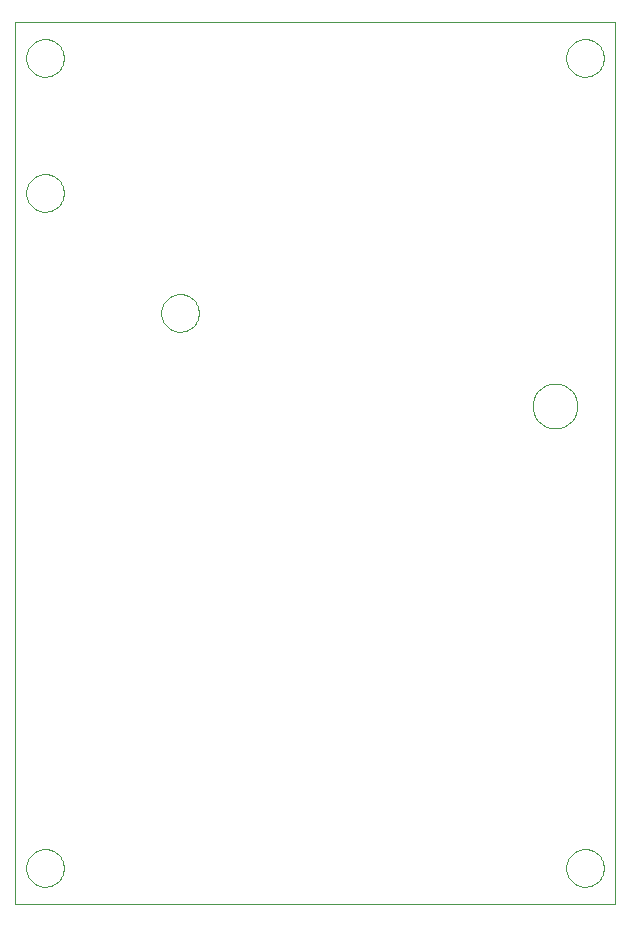
<source format=gko>
G75*
%MOIN*%
%OFA0B0*%
%FSLAX24Y24*%
%IPPOS*%
%LPD*%
%AMOC8*
5,1,8,0,0,1.08239X$1,22.5*
%
%ADD10C,0.0000*%
D10*
X000180Y000980D02*
X000180Y030380D01*
X020180Y030380D01*
X020180Y000980D01*
X000180Y000980D01*
X000555Y002180D02*
X000557Y002230D01*
X000563Y002279D01*
X000573Y002328D01*
X000586Y002375D01*
X000604Y002422D01*
X000625Y002467D01*
X000649Y002510D01*
X000677Y002551D01*
X000708Y002590D01*
X000742Y002626D01*
X000779Y002660D01*
X000819Y002690D01*
X000860Y002717D01*
X000904Y002741D01*
X000949Y002761D01*
X000996Y002777D01*
X001044Y002790D01*
X001093Y002799D01*
X001143Y002804D01*
X001192Y002805D01*
X001242Y002802D01*
X001291Y002795D01*
X001340Y002784D01*
X001387Y002770D01*
X001433Y002751D01*
X001478Y002729D01*
X001521Y002704D01*
X001561Y002675D01*
X001599Y002643D01*
X001635Y002609D01*
X001668Y002571D01*
X001697Y002531D01*
X001723Y002489D01*
X001746Y002445D01*
X001765Y002399D01*
X001781Y002352D01*
X001793Y002303D01*
X001801Y002254D01*
X001805Y002205D01*
X001805Y002155D01*
X001801Y002106D01*
X001793Y002057D01*
X001781Y002008D01*
X001765Y001961D01*
X001746Y001915D01*
X001723Y001871D01*
X001697Y001829D01*
X001668Y001789D01*
X001635Y001751D01*
X001599Y001717D01*
X001561Y001685D01*
X001521Y001656D01*
X001478Y001631D01*
X001433Y001609D01*
X001387Y001590D01*
X001340Y001576D01*
X001291Y001565D01*
X001242Y001558D01*
X001192Y001555D01*
X001143Y001556D01*
X001093Y001561D01*
X001044Y001570D01*
X000996Y001583D01*
X000949Y001599D01*
X000904Y001619D01*
X000860Y001643D01*
X000819Y001670D01*
X000779Y001700D01*
X000742Y001734D01*
X000708Y001770D01*
X000677Y001809D01*
X000649Y001850D01*
X000625Y001893D01*
X000604Y001938D01*
X000586Y001985D01*
X000573Y002032D01*
X000563Y002081D01*
X000557Y002130D01*
X000555Y002180D01*
X005055Y020680D02*
X005057Y020730D01*
X005063Y020779D01*
X005073Y020828D01*
X005086Y020875D01*
X005104Y020922D01*
X005125Y020967D01*
X005149Y021010D01*
X005177Y021051D01*
X005208Y021090D01*
X005242Y021126D01*
X005279Y021160D01*
X005319Y021190D01*
X005360Y021217D01*
X005404Y021241D01*
X005449Y021261D01*
X005496Y021277D01*
X005544Y021290D01*
X005593Y021299D01*
X005643Y021304D01*
X005692Y021305D01*
X005742Y021302D01*
X005791Y021295D01*
X005840Y021284D01*
X005887Y021270D01*
X005933Y021251D01*
X005978Y021229D01*
X006021Y021204D01*
X006061Y021175D01*
X006099Y021143D01*
X006135Y021109D01*
X006168Y021071D01*
X006197Y021031D01*
X006223Y020989D01*
X006246Y020945D01*
X006265Y020899D01*
X006281Y020852D01*
X006293Y020803D01*
X006301Y020754D01*
X006305Y020705D01*
X006305Y020655D01*
X006301Y020606D01*
X006293Y020557D01*
X006281Y020508D01*
X006265Y020461D01*
X006246Y020415D01*
X006223Y020371D01*
X006197Y020329D01*
X006168Y020289D01*
X006135Y020251D01*
X006099Y020217D01*
X006061Y020185D01*
X006021Y020156D01*
X005978Y020131D01*
X005933Y020109D01*
X005887Y020090D01*
X005840Y020076D01*
X005791Y020065D01*
X005742Y020058D01*
X005692Y020055D01*
X005643Y020056D01*
X005593Y020061D01*
X005544Y020070D01*
X005496Y020083D01*
X005449Y020099D01*
X005404Y020119D01*
X005360Y020143D01*
X005319Y020170D01*
X005279Y020200D01*
X005242Y020234D01*
X005208Y020270D01*
X005177Y020309D01*
X005149Y020350D01*
X005125Y020393D01*
X005104Y020438D01*
X005086Y020485D01*
X005073Y020532D01*
X005063Y020581D01*
X005057Y020630D01*
X005055Y020680D01*
X000555Y024680D02*
X000557Y024730D01*
X000563Y024779D01*
X000573Y024828D01*
X000586Y024875D01*
X000604Y024922D01*
X000625Y024967D01*
X000649Y025010D01*
X000677Y025051D01*
X000708Y025090D01*
X000742Y025126D01*
X000779Y025160D01*
X000819Y025190D01*
X000860Y025217D01*
X000904Y025241D01*
X000949Y025261D01*
X000996Y025277D01*
X001044Y025290D01*
X001093Y025299D01*
X001143Y025304D01*
X001192Y025305D01*
X001242Y025302D01*
X001291Y025295D01*
X001340Y025284D01*
X001387Y025270D01*
X001433Y025251D01*
X001478Y025229D01*
X001521Y025204D01*
X001561Y025175D01*
X001599Y025143D01*
X001635Y025109D01*
X001668Y025071D01*
X001697Y025031D01*
X001723Y024989D01*
X001746Y024945D01*
X001765Y024899D01*
X001781Y024852D01*
X001793Y024803D01*
X001801Y024754D01*
X001805Y024705D01*
X001805Y024655D01*
X001801Y024606D01*
X001793Y024557D01*
X001781Y024508D01*
X001765Y024461D01*
X001746Y024415D01*
X001723Y024371D01*
X001697Y024329D01*
X001668Y024289D01*
X001635Y024251D01*
X001599Y024217D01*
X001561Y024185D01*
X001521Y024156D01*
X001478Y024131D01*
X001433Y024109D01*
X001387Y024090D01*
X001340Y024076D01*
X001291Y024065D01*
X001242Y024058D01*
X001192Y024055D01*
X001143Y024056D01*
X001093Y024061D01*
X001044Y024070D01*
X000996Y024083D01*
X000949Y024099D01*
X000904Y024119D01*
X000860Y024143D01*
X000819Y024170D01*
X000779Y024200D01*
X000742Y024234D01*
X000708Y024270D01*
X000677Y024309D01*
X000649Y024350D01*
X000625Y024393D01*
X000604Y024438D01*
X000586Y024485D01*
X000573Y024532D01*
X000563Y024581D01*
X000557Y024630D01*
X000555Y024680D01*
X000555Y029180D02*
X000557Y029230D01*
X000563Y029279D01*
X000573Y029328D01*
X000586Y029375D01*
X000604Y029422D01*
X000625Y029467D01*
X000649Y029510D01*
X000677Y029551D01*
X000708Y029590D01*
X000742Y029626D01*
X000779Y029660D01*
X000819Y029690D01*
X000860Y029717D01*
X000904Y029741D01*
X000949Y029761D01*
X000996Y029777D01*
X001044Y029790D01*
X001093Y029799D01*
X001143Y029804D01*
X001192Y029805D01*
X001242Y029802D01*
X001291Y029795D01*
X001340Y029784D01*
X001387Y029770D01*
X001433Y029751D01*
X001478Y029729D01*
X001521Y029704D01*
X001561Y029675D01*
X001599Y029643D01*
X001635Y029609D01*
X001668Y029571D01*
X001697Y029531D01*
X001723Y029489D01*
X001746Y029445D01*
X001765Y029399D01*
X001781Y029352D01*
X001793Y029303D01*
X001801Y029254D01*
X001805Y029205D01*
X001805Y029155D01*
X001801Y029106D01*
X001793Y029057D01*
X001781Y029008D01*
X001765Y028961D01*
X001746Y028915D01*
X001723Y028871D01*
X001697Y028829D01*
X001668Y028789D01*
X001635Y028751D01*
X001599Y028717D01*
X001561Y028685D01*
X001521Y028656D01*
X001478Y028631D01*
X001433Y028609D01*
X001387Y028590D01*
X001340Y028576D01*
X001291Y028565D01*
X001242Y028558D01*
X001192Y028555D01*
X001143Y028556D01*
X001093Y028561D01*
X001044Y028570D01*
X000996Y028583D01*
X000949Y028599D01*
X000904Y028619D01*
X000860Y028643D01*
X000819Y028670D01*
X000779Y028700D01*
X000742Y028734D01*
X000708Y028770D01*
X000677Y028809D01*
X000649Y028850D01*
X000625Y028893D01*
X000604Y028938D01*
X000586Y028985D01*
X000573Y029032D01*
X000563Y029081D01*
X000557Y029130D01*
X000555Y029180D01*
X017432Y017578D02*
X017434Y017633D01*
X017440Y017687D01*
X017450Y017741D01*
X017464Y017793D01*
X017481Y017845D01*
X017503Y017895D01*
X017528Y017944D01*
X017556Y017991D01*
X017588Y018035D01*
X017623Y018077D01*
X017661Y018116D01*
X017702Y018153D01*
X017745Y018186D01*
X017790Y018216D01*
X017838Y018243D01*
X017887Y018266D01*
X017938Y018286D01*
X017991Y018302D01*
X018044Y018314D01*
X018098Y018322D01*
X018153Y018326D01*
X018207Y018326D01*
X018262Y018322D01*
X018316Y018314D01*
X018369Y018302D01*
X018422Y018286D01*
X018473Y018266D01*
X018522Y018243D01*
X018570Y018216D01*
X018615Y018186D01*
X018658Y018153D01*
X018699Y018116D01*
X018737Y018077D01*
X018772Y018035D01*
X018804Y017991D01*
X018832Y017944D01*
X018857Y017895D01*
X018879Y017845D01*
X018896Y017793D01*
X018910Y017741D01*
X018920Y017687D01*
X018926Y017633D01*
X018928Y017578D01*
X018926Y017523D01*
X018920Y017469D01*
X018910Y017415D01*
X018896Y017363D01*
X018879Y017311D01*
X018857Y017261D01*
X018832Y017212D01*
X018804Y017165D01*
X018772Y017121D01*
X018737Y017079D01*
X018699Y017040D01*
X018658Y017003D01*
X018615Y016970D01*
X018570Y016940D01*
X018522Y016913D01*
X018473Y016890D01*
X018422Y016870D01*
X018369Y016854D01*
X018316Y016842D01*
X018262Y016834D01*
X018207Y016830D01*
X018153Y016830D01*
X018098Y016834D01*
X018044Y016842D01*
X017991Y016854D01*
X017938Y016870D01*
X017887Y016890D01*
X017838Y016913D01*
X017790Y016940D01*
X017745Y016970D01*
X017702Y017003D01*
X017661Y017040D01*
X017623Y017079D01*
X017588Y017121D01*
X017556Y017165D01*
X017528Y017212D01*
X017503Y017261D01*
X017481Y017311D01*
X017464Y017363D01*
X017450Y017415D01*
X017440Y017469D01*
X017434Y017523D01*
X017432Y017578D01*
X018555Y029180D02*
X018557Y029230D01*
X018563Y029279D01*
X018573Y029328D01*
X018586Y029375D01*
X018604Y029422D01*
X018625Y029467D01*
X018649Y029510D01*
X018677Y029551D01*
X018708Y029590D01*
X018742Y029626D01*
X018779Y029660D01*
X018819Y029690D01*
X018860Y029717D01*
X018904Y029741D01*
X018949Y029761D01*
X018996Y029777D01*
X019044Y029790D01*
X019093Y029799D01*
X019143Y029804D01*
X019192Y029805D01*
X019242Y029802D01*
X019291Y029795D01*
X019340Y029784D01*
X019387Y029770D01*
X019433Y029751D01*
X019478Y029729D01*
X019521Y029704D01*
X019561Y029675D01*
X019599Y029643D01*
X019635Y029609D01*
X019668Y029571D01*
X019697Y029531D01*
X019723Y029489D01*
X019746Y029445D01*
X019765Y029399D01*
X019781Y029352D01*
X019793Y029303D01*
X019801Y029254D01*
X019805Y029205D01*
X019805Y029155D01*
X019801Y029106D01*
X019793Y029057D01*
X019781Y029008D01*
X019765Y028961D01*
X019746Y028915D01*
X019723Y028871D01*
X019697Y028829D01*
X019668Y028789D01*
X019635Y028751D01*
X019599Y028717D01*
X019561Y028685D01*
X019521Y028656D01*
X019478Y028631D01*
X019433Y028609D01*
X019387Y028590D01*
X019340Y028576D01*
X019291Y028565D01*
X019242Y028558D01*
X019192Y028555D01*
X019143Y028556D01*
X019093Y028561D01*
X019044Y028570D01*
X018996Y028583D01*
X018949Y028599D01*
X018904Y028619D01*
X018860Y028643D01*
X018819Y028670D01*
X018779Y028700D01*
X018742Y028734D01*
X018708Y028770D01*
X018677Y028809D01*
X018649Y028850D01*
X018625Y028893D01*
X018604Y028938D01*
X018586Y028985D01*
X018573Y029032D01*
X018563Y029081D01*
X018557Y029130D01*
X018555Y029180D01*
X018555Y002180D02*
X018557Y002230D01*
X018563Y002279D01*
X018573Y002328D01*
X018586Y002375D01*
X018604Y002422D01*
X018625Y002467D01*
X018649Y002510D01*
X018677Y002551D01*
X018708Y002590D01*
X018742Y002626D01*
X018779Y002660D01*
X018819Y002690D01*
X018860Y002717D01*
X018904Y002741D01*
X018949Y002761D01*
X018996Y002777D01*
X019044Y002790D01*
X019093Y002799D01*
X019143Y002804D01*
X019192Y002805D01*
X019242Y002802D01*
X019291Y002795D01*
X019340Y002784D01*
X019387Y002770D01*
X019433Y002751D01*
X019478Y002729D01*
X019521Y002704D01*
X019561Y002675D01*
X019599Y002643D01*
X019635Y002609D01*
X019668Y002571D01*
X019697Y002531D01*
X019723Y002489D01*
X019746Y002445D01*
X019765Y002399D01*
X019781Y002352D01*
X019793Y002303D01*
X019801Y002254D01*
X019805Y002205D01*
X019805Y002155D01*
X019801Y002106D01*
X019793Y002057D01*
X019781Y002008D01*
X019765Y001961D01*
X019746Y001915D01*
X019723Y001871D01*
X019697Y001829D01*
X019668Y001789D01*
X019635Y001751D01*
X019599Y001717D01*
X019561Y001685D01*
X019521Y001656D01*
X019478Y001631D01*
X019433Y001609D01*
X019387Y001590D01*
X019340Y001576D01*
X019291Y001565D01*
X019242Y001558D01*
X019192Y001555D01*
X019143Y001556D01*
X019093Y001561D01*
X019044Y001570D01*
X018996Y001583D01*
X018949Y001599D01*
X018904Y001619D01*
X018860Y001643D01*
X018819Y001670D01*
X018779Y001700D01*
X018742Y001734D01*
X018708Y001770D01*
X018677Y001809D01*
X018649Y001850D01*
X018625Y001893D01*
X018604Y001938D01*
X018586Y001985D01*
X018573Y002032D01*
X018563Y002081D01*
X018557Y002130D01*
X018555Y002180D01*
M02*

</source>
